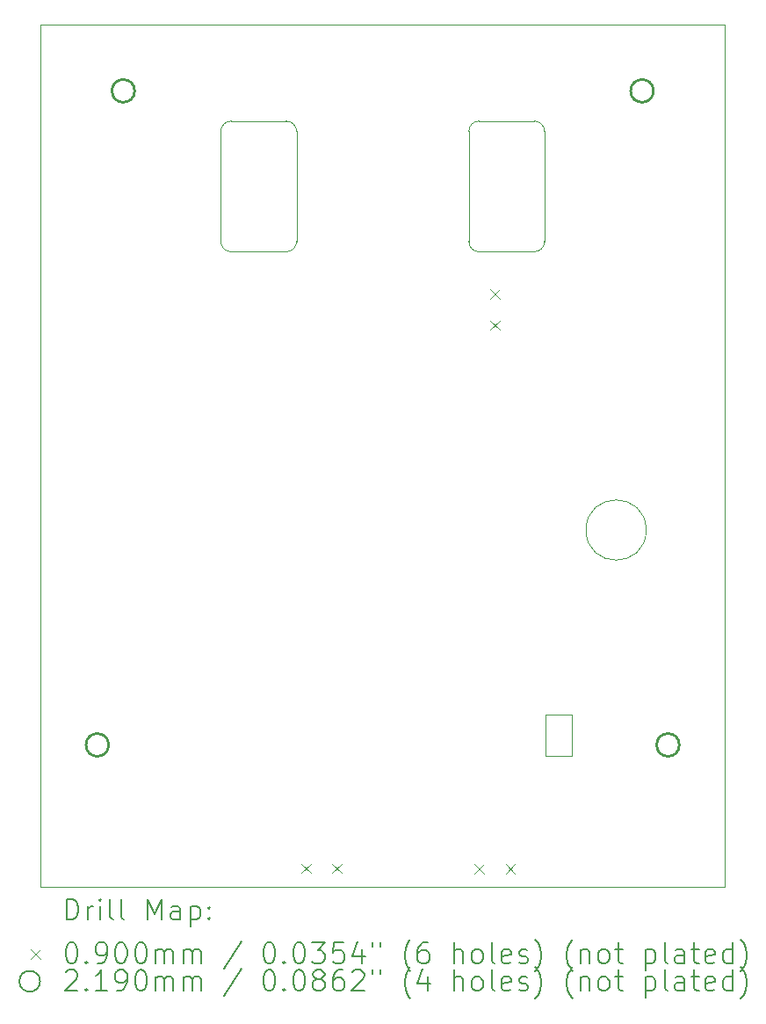
<source format=gbr>
%FSLAX45Y45*%
G04 Gerber Fmt 4.5, Leading zero omitted, Abs format (unit mm)*
G04 Created by KiCad (PCBNEW (6.0.0-0)) date 2022-06-01 09:22:56*
%MOMM*%
%LPD*%
G01*
G04 APERTURE LIST*
%TA.AperFunction,Profile*%
%ADD10C,0.050000*%
%TD*%
%TA.AperFunction,Profile*%
%ADD11C,0.100000*%
%TD*%
%ADD12C,0.200000*%
%ADD13C,0.090000*%
%ADD14C,0.219000*%
G04 APERTURE END LIST*
D10*
X10370100Y-8190000D02*
G75*
G03*
X10470100Y-8090000I0J100000D01*
G01*
D11*
X13120000Y-13049500D02*
X12870000Y-13049500D01*
X12870000Y-13049500D02*
X12870000Y-12649500D01*
X12870000Y-12649500D02*
X13120000Y-12649500D01*
X13120000Y-12649500D02*
X13120000Y-13049500D01*
D10*
X12229900Y-8190000D02*
X12759900Y-8190000D01*
X12229900Y-6930000D02*
G75*
G03*
X12129900Y-7030000I0J-100000D01*
G01*
X10370100Y-6930000D02*
X9840100Y-6930000D01*
X10470100Y-8090000D02*
X10470100Y-7030000D01*
X12859900Y-8090000D02*
X12859900Y-7030000D01*
X9740100Y-8090000D02*
G75*
G03*
X9840100Y-8190000I100000J0D01*
G01*
X8000000Y-14310000D02*
X8000000Y-6000000D01*
X10470100Y-7030000D02*
G75*
G03*
X10370100Y-6930000I-100000J0D01*
G01*
D11*
X13840000Y-10870000D02*
G75*
G03*
X13840000Y-10870000I-290000J0D01*
G01*
D10*
X12859900Y-7030000D02*
G75*
G03*
X12759900Y-6930000I-100000J0D01*
G01*
X12229900Y-6930000D02*
X12759900Y-6930000D01*
X12129900Y-8090000D02*
G75*
G03*
X12229900Y-8190000I100000J0D01*
G01*
X9840100Y-6930000D02*
G75*
G03*
X9740100Y-7030000I0J-100000D01*
G01*
X14600000Y-14310000D02*
X8000000Y-14310000D01*
X12129900Y-7030000D02*
X12129900Y-8090000D01*
X14600000Y-6000000D02*
X14600000Y-14310000D01*
X9740100Y-7030000D02*
X9740100Y-8090000D01*
X9840100Y-8190000D02*
X10370100Y-8190000D01*
X12759900Y-8190000D02*
G75*
G03*
X12859900Y-8090000I0J100000D01*
G01*
X8000000Y-6000000D02*
X14600000Y-6000000D01*
D12*
D13*
X10515000Y-14085000D02*
X10605000Y-14175000D01*
X10605000Y-14085000D02*
X10515000Y-14175000D01*
X10815000Y-14085000D02*
X10905000Y-14175000D01*
X10905000Y-14085000D02*
X10815000Y-14175000D01*
X12185000Y-14088000D02*
X12275000Y-14178000D01*
X12275000Y-14088000D02*
X12185000Y-14178000D01*
X12335400Y-8553300D02*
X12425400Y-8643300D01*
X12425400Y-8553300D02*
X12335400Y-8643300D01*
X12335400Y-8853300D02*
X12425400Y-8943300D01*
X12425400Y-8853300D02*
X12335400Y-8943300D01*
X12485000Y-14088000D02*
X12575000Y-14178000D01*
X12575000Y-14088000D02*
X12485000Y-14178000D01*
D14*
X8659500Y-12940000D02*
G75*
G03*
X8659500Y-12940000I-109500J0D01*
G01*
X8909500Y-6640000D02*
G75*
G03*
X8909500Y-6640000I-109500J0D01*
G01*
X13909500Y-6640000D02*
G75*
G03*
X13909500Y-6640000I-109500J0D01*
G01*
X14159500Y-12940000D02*
G75*
G03*
X14159500Y-12940000I-109500J0D01*
G01*
D12*
X8255119Y-14622976D02*
X8255119Y-14422976D01*
X8302738Y-14422976D01*
X8331309Y-14432500D01*
X8350357Y-14451548D01*
X8359881Y-14470595D01*
X8369405Y-14508690D01*
X8369405Y-14537262D01*
X8359881Y-14575357D01*
X8350357Y-14594405D01*
X8331309Y-14613452D01*
X8302738Y-14622976D01*
X8255119Y-14622976D01*
X8455119Y-14622976D02*
X8455119Y-14489643D01*
X8455119Y-14527738D02*
X8464643Y-14508690D01*
X8474167Y-14499167D01*
X8493214Y-14489643D01*
X8512262Y-14489643D01*
X8578929Y-14622976D02*
X8578929Y-14489643D01*
X8578929Y-14422976D02*
X8569405Y-14432500D01*
X8578929Y-14442024D01*
X8588452Y-14432500D01*
X8578929Y-14422976D01*
X8578929Y-14442024D01*
X8702738Y-14622976D02*
X8683690Y-14613452D01*
X8674167Y-14594405D01*
X8674167Y-14422976D01*
X8807500Y-14622976D02*
X8788452Y-14613452D01*
X8778929Y-14594405D01*
X8778929Y-14422976D01*
X9036071Y-14622976D02*
X9036071Y-14422976D01*
X9102738Y-14565833D01*
X9169405Y-14422976D01*
X9169405Y-14622976D01*
X9350357Y-14622976D02*
X9350357Y-14518214D01*
X9340833Y-14499167D01*
X9321786Y-14489643D01*
X9283690Y-14489643D01*
X9264643Y-14499167D01*
X9350357Y-14613452D02*
X9331310Y-14622976D01*
X9283690Y-14622976D01*
X9264643Y-14613452D01*
X9255119Y-14594405D01*
X9255119Y-14575357D01*
X9264643Y-14556309D01*
X9283690Y-14546786D01*
X9331310Y-14546786D01*
X9350357Y-14537262D01*
X9445595Y-14489643D02*
X9445595Y-14689643D01*
X9445595Y-14499167D02*
X9464643Y-14489643D01*
X9502738Y-14489643D01*
X9521786Y-14499167D01*
X9531310Y-14508690D01*
X9540833Y-14527738D01*
X9540833Y-14584881D01*
X9531310Y-14603928D01*
X9521786Y-14613452D01*
X9502738Y-14622976D01*
X9464643Y-14622976D01*
X9445595Y-14613452D01*
X9626548Y-14603928D02*
X9636071Y-14613452D01*
X9626548Y-14622976D01*
X9617024Y-14613452D01*
X9626548Y-14603928D01*
X9626548Y-14622976D01*
X9626548Y-14499167D02*
X9636071Y-14508690D01*
X9626548Y-14518214D01*
X9617024Y-14508690D01*
X9626548Y-14499167D01*
X9626548Y-14518214D01*
D13*
X7907500Y-14907500D02*
X7997500Y-14997500D01*
X7997500Y-14907500D02*
X7907500Y-14997500D01*
D12*
X8293214Y-14842976D02*
X8312262Y-14842976D01*
X8331309Y-14852500D01*
X8340833Y-14862024D01*
X8350357Y-14881071D01*
X8359881Y-14919167D01*
X8359881Y-14966786D01*
X8350357Y-15004881D01*
X8340833Y-15023928D01*
X8331309Y-15033452D01*
X8312262Y-15042976D01*
X8293214Y-15042976D01*
X8274167Y-15033452D01*
X8264643Y-15023928D01*
X8255119Y-15004881D01*
X8245595Y-14966786D01*
X8245595Y-14919167D01*
X8255119Y-14881071D01*
X8264643Y-14862024D01*
X8274167Y-14852500D01*
X8293214Y-14842976D01*
X8445595Y-15023928D02*
X8455119Y-15033452D01*
X8445595Y-15042976D01*
X8436071Y-15033452D01*
X8445595Y-15023928D01*
X8445595Y-15042976D01*
X8550357Y-15042976D02*
X8588452Y-15042976D01*
X8607500Y-15033452D01*
X8617024Y-15023928D01*
X8636071Y-14995357D01*
X8645595Y-14957262D01*
X8645595Y-14881071D01*
X8636071Y-14862024D01*
X8626548Y-14852500D01*
X8607500Y-14842976D01*
X8569405Y-14842976D01*
X8550357Y-14852500D01*
X8540833Y-14862024D01*
X8531310Y-14881071D01*
X8531310Y-14928690D01*
X8540833Y-14947738D01*
X8550357Y-14957262D01*
X8569405Y-14966786D01*
X8607500Y-14966786D01*
X8626548Y-14957262D01*
X8636071Y-14947738D01*
X8645595Y-14928690D01*
X8769405Y-14842976D02*
X8788452Y-14842976D01*
X8807500Y-14852500D01*
X8817024Y-14862024D01*
X8826548Y-14881071D01*
X8836071Y-14919167D01*
X8836071Y-14966786D01*
X8826548Y-15004881D01*
X8817024Y-15023928D01*
X8807500Y-15033452D01*
X8788452Y-15042976D01*
X8769405Y-15042976D01*
X8750357Y-15033452D01*
X8740833Y-15023928D01*
X8731310Y-15004881D01*
X8721786Y-14966786D01*
X8721786Y-14919167D01*
X8731310Y-14881071D01*
X8740833Y-14862024D01*
X8750357Y-14852500D01*
X8769405Y-14842976D01*
X8959881Y-14842976D02*
X8978929Y-14842976D01*
X8997976Y-14852500D01*
X9007500Y-14862024D01*
X9017024Y-14881071D01*
X9026548Y-14919167D01*
X9026548Y-14966786D01*
X9017024Y-15004881D01*
X9007500Y-15023928D01*
X8997976Y-15033452D01*
X8978929Y-15042976D01*
X8959881Y-15042976D01*
X8940833Y-15033452D01*
X8931310Y-15023928D01*
X8921786Y-15004881D01*
X8912262Y-14966786D01*
X8912262Y-14919167D01*
X8921786Y-14881071D01*
X8931310Y-14862024D01*
X8940833Y-14852500D01*
X8959881Y-14842976D01*
X9112262Y-15042976D02*
X9112262Y-14909643D01*
X9112262Y-14928690D02*
X9121786Y-14919167D01*
X9140833Y-14909643D01*
X9169405Y-14909643D01*
X9188452Y-14919167D01*
X9197976Y-14938214D01*
X9197976Y-15042976D01*
X9197976Y-14938214D02*
X9207500Y-14919167D01*
X9226548Y-14909643D01*
X9255119Y-14909643D01*
X9274167Y-14919167D01*
X9283690Y-14938214D01*
X9283690Y-15042976D01*
X9378929Y-15042976D02*
X9378929Y-14909643D01*
X9378929Y-14928690D02*
X9388452Y-14919167D01*
X9407500Y-14909643D01*
X9436071Y-14909643D01*
X9455119Y-14919167D01*
X9464643Y-14938214D01*
X9464643Y-15042976D01*
X9464643Y-14938214D02*
X9474167Y-14919167D01*
X9493214Y-14909643D01*
X9521786Y-14909643D01*
X9540833Y-14919167D01*
X9550357Y-14938214D01*
X9550357Y-15042976D01*
X9940833Y-14833452D02*
X9769405Y-15090595D01*
X10197976Y-14842976D02*
X10217024Y-14842976D01*
X10236071Y-14852500D01*
X10245595Y-14862024D01*
X10255119Y-14881071D01*
X10264643Y-14919167D01*
X10264643Y-14966786D01*
X10255119Y-15004881D01*
X10245595Y-15023928D01*
X10236071Y-15033452D01*
X10217024Y-15042976D01*
X10197976Y-15042976D01*
X10178929Y-15033452D01*
X10169405Y-15023928D01*
X10159881Y-15004881D01*
X10150357Y-14966786D01*
X10150357Y-14919167D01*
X10159881Y-14881071D01*
X10169405Y-14862024D01*
X10178929Y-14852500D01*
X10197976Y-14842976D01*
X10350357Y-15023928D02*
X10359881Y-15033452D01*
X10350357Y-15042976D01*
X10340833Y-15033452D01*
X10350357Y-15023928D01*
X10350357Y-15042976D01*
X10483690Y-14842976D02*
X10502738Y-14842976D01*
X10521786Y-14852500D01*
X10531310Y-14862024D01*
X10540833Y-14881071D01*
X10550357Y-14919167D01*
X10550357Y-14966786D01*
X10540833Y-15004881D01*
X10531310Y-15023928D01*
X10521786Y-15033452D01*
X10502738Y-15042976D01*
X10483690Y-15042976D01*
X10464643Y-15033452D01*
X10455119Y-15023928D01*
X10445595Y-15004881D01*
X10436071Y-14966786D01*
X10436071Y-14919167D01*
X10445595Y-14881071D01*
X10455119Y-14862024D01*
X10464643Y-14852500D01*
X10483690Y-14842976D01*
X10617024Y-14842976D02*
X10740833Y-14842976D01*
X10674167Y-14919167D01*
X10702738Y-14919167D01*
X10721786Y-14928690D01*
X10731310Y-14938214D01*
X10740833Y-14957262D01*
X10740833Y-15004881D01*
X10731310Y-15023928D01*
X10721786Y-15033452D01*
X10702738Y-15042976D01*
X10645595Y-15042976D01*
X10626548Y-15033452D01*
X10617024Y-15023928D01*
X10921786Y-14842976D02*
X10826548Y-14842976D01*
X10817024Y-14938214D01*
X10826548Y-14928690D01*
X10845595Y-14919167D01*
X10893214Y-14919167D01*
X10912262Y-14928690D01*
X10921786Y-14938214D01*
X10931310Y-14957262D01*
X10931310Y-15004881D01*
X10921786Y-15023928D01*
X10912262Y-15033452D01*
X10893214Y-15042976D01*
X10845595Y-15042976D01*
X10826548Y-15033452D01*
X10817024Y-15023928D01*
X11102738Y-14909643D02*
X11102738Y-15042976D01*
X11055119Y-14833452D02*
X11007500Y-14976309D01*
X11131310Y-14976309D01*
X11197976Y-14842976D02*
X11197976Y-14881071D01*
X11274167Y-14842976D02*
X11274167Y-14881071D01*
X11569405Y-15119167D02*
X11559881Y-15109643D01*
X11540833Y-15081071D01*
X11531309Y-15062024D01*
X11521786Y-15033452D01*
X11512262Y-14985833D01*
X11512262Y-14947738D01*
X11521786Y-14900119D01*
X11531309Y-14871548D01*
X11540833Y-14852500D01*
X11559881Y-14823928D01*
X11569405Y-14814405D01*
X11731309Y-14842976D02*
X11693214Y-14842976D01*
X11674167Y-14852500D01*
X11664643Y-14862024D01*
X11645595Y-14890595D01*
X11636071Y-14928690D01*
X11636071Y-15004881D01*
X11645595Y-15023928D01*
X11655119Y-15033452D01*
X11674167Y-15042976D01*
X11712262Y-15042976D01*
X11731309Y-15033452D01*
X11740833Y-15023928D01*
X11750357Y-15004881D01*
X11750357Y-14957262D01*
X11740833Y-14938214D01*
X11731309Y-14928690D01*
X11712262Y-14919167D01*
X11674167Y-14919167D01*
X11655119Y-14928690D01*
X11645595Y-14938214D01*
X11636071Y-14957262D01*
X11988452Y-15042976D02*
X11988452Y-14842976D01*
X12074167Y-15042976D02*
X12074167Y-14938214D01*
X12064643Y-14919167D01*
X12045595Y-14909643D01*
X12017024Y-14909643D01*
X11997976Y-14919167D01*
X11988452Y-14928690D01*
X12197976Y-15042976D02*
X12178928Y-15033452D01*
X12169405Y-15023928D01*
X12159881Y-15004881D01*
X12159881Y-14947738D01*
X12169405Y-14928690D01*
X12178928Y-14919167D01*
X12197976Y-14909643D01*
X12226548Y-14909643D01*
X12245595Y-14919167D01*
X12255119Y-14928690D01*
X12264643Y-14947738D01*
X12264643Y-15004881D01*
X12255119Y-15023928D01*
X12245595Y-15033452D01*
X12226548Y-15042976D01*
X12197976Y-15042976D01*
X12378928Y-15042976D02*
X12359881Y-15033452D01*
X12350357Y-15014405D01*
X12350357Y-14842976D01*
X12531309Y-15033452D02*
X12512262Y-15042976D01*
X12474167Y-15042976D01*
X12455119Y-15033452D01*
X12445595Y-15014405D01*
X12445595Y-14938214D01*
X12455119Y-14919167D01*
X12474167Y-14909643D01*
X12512262Y-14909643D01*
X12531309Y-14919167D01*
X12540833Y-14938214D01*
X12540833Y-14957262D01*
X12445595Y-14976309D01*
X12617024Y-15033452D02*
X12636071Y-15042976D01*
X12674167Y-15042976D01*
X12693214Y-15033452D01*
X12702738Y-15014405D01*
X12702738Y-15004881D01*
X12693214Y-14985833D01*
X12674167Y-14976309D01*
X12645595Y-14976309D01*
X12626548Y-14966786D01*
X12617024Y-14947738D01*
X12617024Y-14938214D01*
X12626548Y-14919167D01*
X12645595Y-14909643D01*
X12674167Y-14909643D01*
X12693214Y-14919167D01*
X12769405Y-15119167D02*
X12778928Y-15109643D01*
X12797976Y-15081071D01*
X12807500Y-15062024D01*
X12817024Y-15033452D01*
X12826548Y-14985833D01*
X12826548Y-14947738D01*
X12817024Y-14900119D01*
X12807500Y-14871548D01*
X12797976Y-14852500D01*
X12778928Y-14823928D01*
X12769405Y-14814405D01*
X13131309Y-15119167D02*
X13121786Y-15109643D01*
X13102738Y-15081071D01*
X13093214Y-15062024D01*
X13083690Y-15033452D01*
X13074167Y-14985833D01*
X13074167Y-14947738D01*
X13083690Y-14900119D01*
X13093214Y-14871548D01*
X13102738Y-14852500D01*
X13121786Y-14823928D01*
X13131309Y-14814405D01*
X13207500Y-14909643D02*
X13207500Y-15042976D01*
X13207500Y-14928690D02*
X13217024Y-14919167D01*
X13236071Y-14909643D01*
X13264643Y-14909643D01*
X13283690Y-14919167D01*
X13293214Y-14938214D01*
X13293214Y-15042976D01*
X13417024Y-15042976D02*
X13397976Y-15033452D01*
X13388452Y-15023928D01*
X13378928Y-15004881D01*
X13378928Y-14947738D01*
X13388452Y-14928690D01*
X13397976Y-14919167D01*
X13417024Y-14909643D01*
X13445595Y-14909643D01*
X13464643Y-14919167D01*
X13474167Y-14928690D01*
X13483690Y-14947738D01*
X13483690Y-15004881D01*
X13474167Y-15023928D01*
X13464643Y-15033452D01*
X13445595Y-15042976D01*
X13417024Y-15042976D01*
X13540833Y-14909643D02*
X13617024Y-14909643D01*
X13569405Y-14842976D02*
X13569405Y-15014405D01*
X13578928Y-15033452D01*
X13597976Y-15042976D01*
X13617024Y-15042976D01*
X13836071Y-14909643D02*
X13836071Y-15109643D01*
X13836071Y-14919167D02*
X13855119Y-14909643D01*
X13893214Y-14909643D01*
X13912262Y-14919167D01*
X13921786Y-14928690D01*
X13931309Y-14947738D01*
X13931309Y-15004881D01*
X13921786Y-15023928D01*
X13912262Y-15033452D01*
X13893214Y-15042976D01*
X13855119Y-15042976D01*
X13836071Y-15033452D01*
X14045595Y-15042976D02*
X14026548Y-15033452D01*
X14017024Y-15014405D01*
X14017024Y-14842976D01*
X14207500Y-15042976D02*
X14207500Y-14938214D01*
X14197976Y-14919167D01*
X14178928Y-14909643D01*
X14140833Y-14909643D01*
X14121786Y-14919167D01*
X14207500Y-15033452D02*
X14188452Y-15042976D01*
X14140833Y-15042976D01*
X14121786Y-15033452D01*
X14112262Y-15014405D01*
X14112262Y-14995357D01*
X14121786Y-14976309D01*
X14140833Y-14966786D01*
X14188452Y-14966786D01*
X14207500Y-14957262D01*
X14274167Y-14909643D02*
X14350357Y-14909643D01*
X14302738Y-14842976D02*
X14302738Y-15014405D01*
X14312262Y-15033452D01*
X14331309Y-15042976D01*
X14350357Y-15042976D01*
X14493214Y-15033452D02*
X14474167Y-15042976D01*
X14436071Y-15042976D01*
X14417024Y-15033452D01*
X14407500Y-15014405D01*
X14407500Y-14938214D01*
X14417024Y-14919167D01*
X14436071Y-14909643D01*
X14474167Y-14909643D01*
X14493214Y-14919167D01*
X14502738Y-14938214D01*
X14502738Y-14957262D01*
X14407500Y-14976309D01*
X14674167Y-15042976D02*
X14674167Y-14842976D01*
X14674167Y-15033452D02*
X14655119Y-15042976D01*
X14617024Y-15042976D01*
X14597976Y-15033452D01*
X14588452Y-15023928D01*
X14578928Y-15004881D01*
X14578928Y-14947738D01*
X14588452Y-14928690D01*
X14597976Y-14919167D01*
X14617024Y-14909643D01*
X14655119Y-14909643D01*
X14674167Y-14919167D01*
X14750357Y-15119167D02*
X14759881Y-15109643D01*
X14778928Y-15081071D01*
X14788452Y-15062024D01*
X14797976Y-15033452D01*
X14807500Y-14985833D01*
X14807500Y-14947738D01*
X14797976Y-14900119D01*
X14788452Y-14871548D01*
X14778928Y-14852500D01*
X14759881Y-14823928D01*
X14750357Y-14814405D01*
X7997500Y-15216500D02*
G75*
G03*
X7997500Y-15216500I-100000J0D01*
G01*
X8245595Y-15126024D02*
X8255119Y-15116500D01*
X8274167Y-15106976D01*
X8321786Y-15106976D01*
X8340833Y-15116500D01*
X8350357Y-15126024D01*
X8359881Y-15145071D01*
X8359881Y-15164119D01*
X8350357Y-15192690D01*
X8236071Y-15306976D01*
X8359881Y-15306976D01*
X8445595Y-15287928D02*
X8455119Y-15297452D01*
X8445595Y-15306976D01*
X8436071Y-15297452D01*
X8445595Y-15287928D01*
X8445595Y-15306976D01*
X8645595Y-15306976D02*
X8531310Y-15306976D01*
X8588452Y-15306976D02*
X8588452Y-15106976D01*
X8569405Y-15135548D01*
X8550357Y-15154595D01*
X8531310Y-15164119D01*
X8740833Y-15306976D02*
X8778929Y-15306976D01*
X8797976Y-15297452D01*
X8807500Y-15287928D01*
X8826548Y-15259357D01*
X8836071Y-15221262D01*
X8836071Y-15145071D01*
X8826548Y-15126024D01*
X8817024Y-15116500D01*
X8797976Y-15106976D01*
X8759881Y-15106976D01*
X8740833Y-15116500D01*
X8731310Y-15126024D01*
X8721786Y-15145071D01*
X8721786Y-15192690D01*
X8731310Y-15211738D01*
X8740833Y-15221262D01*
X8759881Y-15230786D01*
X8797976Y-15230786D01*
X8817024Y-15221262D01*
X8826548Y-15211738D01*
X8836071Y-15192690D01*
X8959881Y-15106976D02*
X8978929Y-15106976D01*
X8997976Y-15116500D01*
X9007500Y-15126024D01*
X9017024Y-15145071D01*
X9026548Y-15183167D01*
X9026548Y-15230786D01*
X9017024Y-15268881D01*
X9007500Y-15287928D01*
X8997976Y-15297452D01*
X8978929Y-15306976D01*
X8959881Y-15306976D01*
X8940833Y-15297452D01*
X8931310Y-15287928D01*
X8921786Y-15268881D01*
X8912262Y-15230786D01*
X8912262Y-15183167D01*
X8921786Y-15145071D01*
X8931310Y-15126024D01*
X8940833Y-15116500D01*
X8959881Y-15106976D01*
X9112262Y-15306976D02*
X9112262Y-15173643D01*
X9112262Y-15192690D02*
X9121786Y-15183167D01*
X9140833Y-15173643D01*
X9169405Y-15173643D01*
X9188452Y-15183167D01*
X9197976Y-15202214D01*
X9197976Y-15306976D01*
X9197976Y-15202214D02*
X9207500Y-15183167D01*
X9226548Y-15173643D01*
X9255119Y-15173643D01*
X9274167Y-15183167D01*
X9283690Y-15202214D01*
X9283690Y-15306976D01*
X9378929Y-15306976D02*
X9378929Y-15173643D01*
X9378929Y-15192690D02*
X9388452Y-15183167D01*
X9407500Y-15173643D01*
X9436071Y-15173643D01*
X9455119Y-15183167D01*
X9464643Y-15202214D01*
X9464643Y-15306976D01*
X9464643Y-15202214D02*
X9474167Y-15183167D01*
X9493214Y-15173643D01*
X9521786Y-15173643D01*
X9540833Y-15183167D01*
X9550357Y-15202214D01*
X9550357Y-15306976D01*
X9940833Y-15097452D02*
X9769405Y-15354595D01*
X10197976Y-15106976D02*
X10217024Y-15106976D01*
X10236071Y-15116500D01*
X10245595Y-15126024D01*
X10255119Y-15145071D01*
X10264643Y-15183167D01*
X10264643Y-15230786D01*
X10255119Y-15268881D01*
X10245595Y-15287928D01*
X10236071Y-15297452D01*
X10217024Y-15306976D01*
X10197976Y-15306976D01*
X10178929Y-15297452D01*
X10169405Y-15287928D01*
X10159881Y-15268881D01*
X10150357Y-15230786D01*
X10150357Y-15183167D01*
X10159881Y-15145071D01*
X10169405Y-15126024D01*
X10178929Y-15116500D01*
X10197976Y-15106976D01*
X10350357Y-15287928D02*
X10359881Y-15297452D01*
X10350357Y-15306976D01*
X10340833Y-15297452D01*
X10350357Y-15287928D01*
X10350357Y-15306976D01*
X10483690Y-15106976D02*
X10502738Y-15106976D01*
X10521786Y-15116500D01*
X10531310Y-15126024D01*
X10540833Y-15145071D01*
X10550357Y-15183167D01*
X10550357Y-15230786D01*
X10540833Y-15268881D01*
X10531310Y-15287928D01*
X10521786Y-15297452D01*
X10502738Y-15306976D01*
X10483690Y-15306976D01*
X10464643Y-15297452D01*
X10455119Y-15287928D01*
X10445595Y-15268881D01*
X10436071Y-15230786D01*
X10436071Y-15183167D01*
X10445595Y-15145071D01*
X10455119Y-15126024D01*
X10464643Y-15116500D01*
X10483690Y-15106976D01*
X10664643Y-15192690D02*
X10645595Y-15183167D01*
X10636071Y-15173643D01*
X10626548Y-15154595D01*
X10626548Y-15145071D01*
X10636071Y-15126024D01*
X10645595Y-15116500D01*
X10664643Y-15106976D01*
X10702738Y-15106976D01*
X10721786Y-15116500D01*
X10731310Y-15126024D01*
X10740833Y-15145071D01*
X10740833Y-15154595D01*
X10731310Y-15173643D01*
X10721786Y-15183167D01*
X10702738Y-15192690D01*
X10664643Y-15192690D01*
X10645595Y-15202214D01*
X10636071Y-15211738D01*
X10626548Y-15230786D01*
X10626548Y-15268881D01*
X10636071Y-15287928D01*
X10645595Y-15297452D01*
X10664643Y-15306976D01*
X10702738Y-15306976D01*
X10721786Y-15297452D01*
X10731310Y-15287928D01*
X10740833Y-15268881D01*
X10740833Y-15230786D01*
X10731310Y-15211738D01*
X10721786Y-15202214D01*
X10702738Y-15192690D01*
X10912262Y-15106976D02*
X10874167Y-15106976D01*
X10855119Y-15116500D01*
X10845595Y-15126024D01*
X10826548Y-15154595D01*
X10817024Y-15192690D01*
X10817024Y-15268881D01*
X10826548Y-15287928D01*
X10836071Y-15297452D01*
X10855119Y-15306976D01*
X10893214Y-15306976D01*
X10912262Y-15297452D01*
X10921786Y-15287928D01*
X10931310Y-15268881D01*
X10931310Y-15221262D01*
X10921786Y-15202214D01*
X10912262Y-15192690D01*
X10893214Y-15183167D01*
X10855119Y-15183167D01*
X10836071Y-15192690D01*
X10826548Y-15202214D01*
X10817024Y-15221262D01*
X11007500Y-15126024D02*
X11017024Y-15116500D01*
X11036071Y-15106976D01*
X11083690Y-15106976D01*
X11102738Y-15116500D01*
X11112262Y-15126024D01*
X11121786Y-15145071D01*
X11121786Y-15164119D01*
X11112262Y-15192690D01*
X10997976Y-15306976D01*
X11121786Y-15306976D01*
X11197976Y-15106976D02*
X11197976Y-15145071D01*
X11274167Y-15106976D02*
X11274167Y-15145071D01*
X11569405Y-15383167D02*
X11559881Y-15373643D01*
X11540833Y-15345071D01*
X11531309Y-15326024D01*
X11521786Y-15297452D01*
X11512262Y-15249833D01*
X11512262Y-15211738D01*
X11521786Y-15164119D01*
X11531309Y-15135548D01*
X11540833Y-15116500D01*
X11559881Y-15087928D01*
X11569405Y-15078405D01*
X11731309Y-15173643D02*
X11731309Y-15306976D01*
X11683690Y-15097452D02*
X11636071Y-15240309D01*
X11759881Y-15240309D01*
X11988452Y-15306976D02*
X11988452Y-15106976D01*
X12074167Y-15306976D02*
X12074167Y-15202214D01*
X12064643Y-15183167D01*
X12045595Y-15173643D01*
X12017024Y-15173643D01*
X11997976Y-15183167D01*
X11988452Y-15192690D01*
X12197976Y-15306976D02*
X12178928Y-15297452D01*
X12169405Y-15287928D01*
X12159881Y-15268881D01*
X12159881Y-15211738D01*
X12169405Y-15192690D01*
X12178928Y-15183167D01*
X12197976Y-15173643D01*
X12226548Y-15173643D01*
X12245595Y-15183167D01*
X12255119Y-15192690D01*
X12264643Y-15211738D01*
X12264643Y-15268881D01*
X12255119Y-15287928D01*
X12245595Y-15297452D01*
X12226548Y-15306976D01*
X12197976Y-15306976D01*
X12378928Y-15306976D02*
X12359881Y-15297452D01*
X12350357Y-15278405D01*
X12350357Y-15106976D01*
X12531309Y-15297452D02*
X12512262Y-15306976D01*
X12474167Y-15306976D01*
X12455119Y-15297452D01*
X12445595Y-15278405D01*
X12445595Y-15202214D01*
X12455119Y-15183167D01*
X12474167Y-15173643D01*
X12512262Y-15173643D01*
X12531309Y-15183167D01*
X12540833Y-15202214D01*
X12540833Y-15221262D01*
X12445595Y-15240309D01*
X12617024Y-15297452D02*
X12636071Y-15306976D01*
X12674167Y-15306976D01*
X12693214Y-15297452D01*
X12702738Y-15278405D01*
X12702738Y-15268881D01*
X12693214Y-15249833D01*
X12674167Y-15240309D01*
X12645595Y-15240309D01*
X12626548Y-15230786D01*
X12617024Y-15211738D01*
X12617024Y-15202214D01*
X12626548Y-15183167D01*
X12645595Y-15173643D01*
X12674167Y-15173643D01*
X12693214Y-15183167D01*
X12769405Y-15383167D02*
X12778928Y-15373643D01*
X12797976Y-15345071D01*
X12807500Y-15326024D01*
X12817024Y-15297452D01*
X12826548Y-15249833D01*
X12826548Y-15211738D01*
X12817024Y-15164119D01*
X12807500Y-15135548D01*
X12797976Y-15116500D01*
X12778928Y-15087928D01*
X12769405Y-15078405D01*
X13131309Y-15383167D02*
X13121786Y-15373643D01*
X13102738Y-15345071D01*
X13093214Y-15326024D01*
X13083690Y-15297452D01*
X13074167Y-15249833D01*
X13074167Y-15211738D01*
X13083690Y-15164119D01*
X13093214Y-15135548D01*
X13102738Y-15116500D01*
X13121786Y-15087928D01*
X13131309Y-15078405D01*
X13207500Y-15173643D02*
X13207500Y-15306976D01*
X13207500Y-15192690D02*
X13217024Y-15183167D01*
X13236071Y-15173643D01*
X13264643Y-15173643D01*
X13283690Y-15183167D01*
X13293214Y-15202214D01*
X13293214Y-15306976D01*
X13417024Y-15306976D02*
X13397976Y-15297452D01*
X13388452Y-15287928D01*
X13378928Y-15268881D01*
X13378928Y-15211738D01*
X13388452Y-15192690D01*
X13397976Y-15183167D01*
X13417024Y-15173643D01*
X13445595Y-15173643D01*
X13464643Y-15183167D01*
X13474167Y-15192690D01*
X13483690Y-15211738D01*
X13483690Y-15268881D01*
X13474167Y-15287928D01*
X13464643Y-15297452D01*
X13445595Y-15306976D01*
X13417024Y-15306976D01*
X13540833Y-15173643D02*
X13617024Y-15173643D01*
X13569405Y-15106976D02*
X13569405Y-15278405D01*
X13578928Y-15297452D01*
X13597976Y-15306976D01*
X13617024Y-15306976D01*
X13836071Y-15173643D02*
X13836071Y-15373643D01*
X13836071Y-15183167D02*
X13855119Y-15173643D01*
X13893214Y-15173643D01*
X13912262Y-15183167D01*
X13921786Y-15192690D01*
X13931309Y-15211738D01*
X13931309Y-15268881D01*
X13921786Y-15287928D01*
X13912262Y-15297452D01*
X13893214Y-15306976D01*
X13855119Y-15306976D01*
X13836071Y-15297452D01*
X14045595Y-15306976D02*
X14026548Y-15297452D01*
X14017024Y-15278405D01*
X14017024Y-15106976D01*
X14207500Y-15306976D02*
X14207500Y-15202214D01*
X14197976Y-15183167D01*
X14178928Y-15173643D01*
X14140833Y-15173643D01*
X14121786Y-15183167D01*
X14207500Y-15297452D02*
X14188452Y-15306976D01*
X14140833Y-15306976D01*
X14121786Y-15297452D01*
X14112262Y-15278405D01*
X14112262Y-15259357D01*
X14121786Y-15240309D01*
X14140833Y-15230786D01*
X14188452Y-15230786D01*
X14207500Y-15221262D01*
X14274167Y-15173643D02*
X14350357Y-15173643D01*
X14302738Y-15106976D02*
X14302738Y-15278405D01*
X14312262Y-15297452D01*
X14331309Y-15306976D01*
X14350357Y-15306976D01*
X14493214Y-15297452D02*
X14474167Y-15306976D01*
X14436071Y-15306976D01*
X14417024Y-15297452D01*
X14407500Y-15278405D01*
X14407500Y-15202214D01*
X14417024Y-15183167D01*
X14436071Y-15173643D01*
X14474167Y-15173643D01*
X14493214Y-15183167D01*
X14502738Y-15202214D01*
X14502738Y-15221262D01*
X14407500Y-15240309D01*
X14674167Y-15306976D02*
X14674167Y-15106976D01*
X14674167Y-15297452D02*
X14655119Y-15306976D01*
X14617024Y-15306976D01*
X14597976Y-15297452D01*
X14588452Y-15287928D01*
X14578928Y-15268881D01*
X14578928Y-15211738D01*
X14588452Y-15192690D01*
X14597976Y-15183167D01*
X14617024Y-15173643D01*
X14655119Y-15173643D01*
X14674167Y-15183167D01*
X14750357Y-15383167D02*
X14759881Y-15373643D01*
X14778928Y-15345071D01*
X14788452Y-15326024D01*
X14797976Y-15297452D01*
X14807500Y-15249833D01*
X14807500Y-15211738D01*
X14797976Y-15164119D01*
X14788452Y-15135548D01*
X14778928Y-15116500D01*
X14759881Y-15087928D01*
X14750357Y-15078405D01*
M02*

</source>
